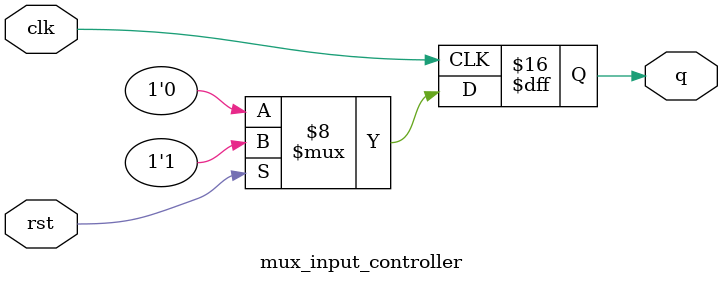
<source format=sv>
module mux_input_controller
  (input      clk,
   input      rst,
   output reg q);

  reg del = 0;
  
  always @ (posedge clk) begin
    
    if(rst) begin
    	q <= 1;
    	del <= 0;
    end
    
  	else
      
      if (!del) begin
        del <= del + 1;
    	q <= 0;
      end
    
      else
        q <= 0;
    
  	end
endmodule
</source>
